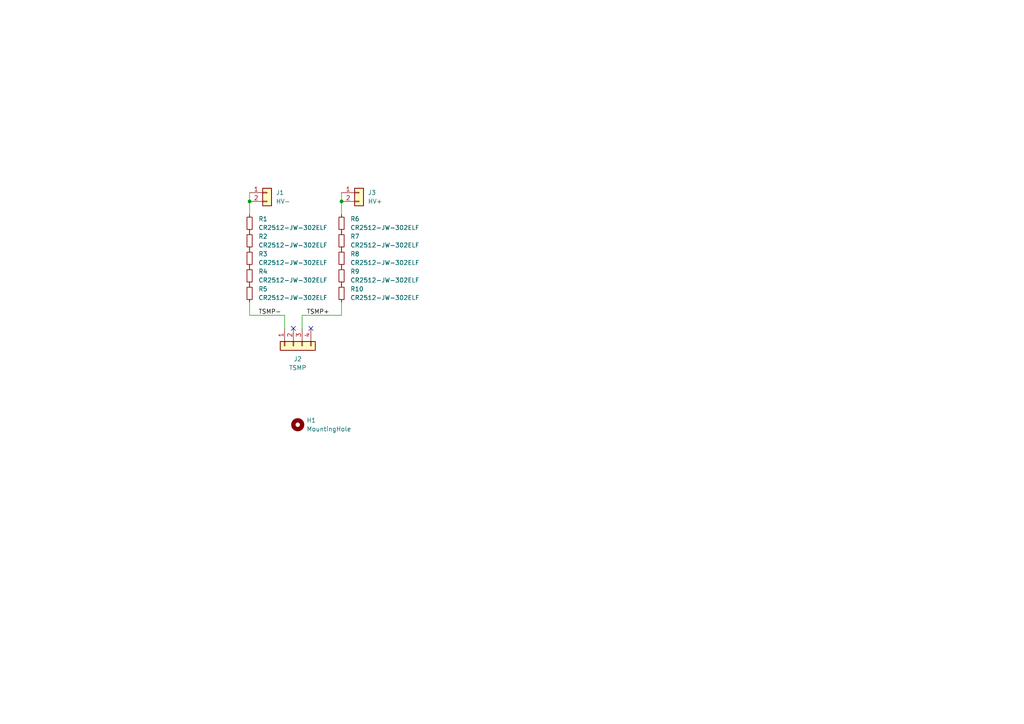
<source format=kicad_sch>
(kicad_sch (version 20231120) (generator "eeschema") (generator_version "8.0")
  (paper "A4")
  (title_block (title "HVB_TSMP_ResCon") (date "2025-03-07") (rev "1.0") (company "NTURacing") (comment 1 "Jack Kuo"))
  (lib_symbols
    (symbol "Connector_Generic:Conn_01x02" (pin_names (offset 1.016) hide)
      (property "Reference" "J" (at 0 2.54 0))
      (property "Value" "Conn_01x02" (at 0 -5.08 0))
      (symbol "Conn_01x02_1_1"
        (rectangle (start -1.27 -2.413) (end 0 -2.667) (stroke (width 0.1524)))
        (rectangle (start -1.27 0.127) (end 0 -0.127) (stroke (width 0.1524)))
        (rectangle (start -1.27 1.27) (end 1.27 -3.81) (stroke (width 0.254)) (fill (type background)))
        (pin passive line (at -5.08 0 0) (length 3.81) (name "Pin_1") (number "1"))
        (pin passive line (at -5.08 -2.54 0) (length 3.81) (name "Pin_2") (number "2"))
      )
    )
    (symbol "Connector_Generic:Conn_01x04" (pin_names (offset 1.016) hide)
      (property "Reference" "J" (at 0 5.08 0))
      (property "Value" "Conn_01x04" (at 0 -7.62 0))
      (symbol "Conn_01x04_1_1"
        (rectangle (start -1.27 -4.953) (end 0 -5.207) (stroke (width 0.1524)))
        (rectangle (start -1.27 -2.413) (end 0 -2.667) (stroke (width 0.1524)))
        (rectangle (start -1.27 0.127) (end 0 -0.127) (stroke (width 0.1524)))
        (rectangle (start -1.27 2.667) (end 0 2.413) (stroke (width 0.1524)))
        (rectangle (start -1.27 3.81) (end 1.27 -6.35) (stroke (width 0.254)) (fill (type background)))
        (pin passive line (at -5.08 2.54 0) (length 3.81) (name "Pin_1") (number "1"))
        (pin passive line (at -5.08 0 0) (length 3.81) (name "Pin_2") (number "2"))
        (pin passive line (at -5.08 -2.54 0) (length 3.81) (name "Pin_3") (number "3"))
        (pin passive line (at -5.08 -5.08 0) (length 3.81) (name "Pin_4") (number "4"))
      )
    )
    (symbol "Device:R_Small" (pin_numbers hide) (pin_names (offset 0.254) hide)
      (property "Reference" "R" (at 0.762 0.508 0))
      (property "Value" "R_Small" (at 0.762 -1.016 0))
      (symbol "R_Small_0_1"
        (rectangle (start -0.762 1.778) (end 0.762 -1.778) (stroke (width 0.2032)))
      )
      (symbol "R_Small_1_1"
        (pin passive line (at 0 2.54 270) (length 0.762) (name "~") (number "1"))
        (pin passive line (at 0 -2.54 90) (length 0.762) (name "~") (number "2"))
      )
    )
    (symbol "Mechanical:MountingHole" (pin_names (offset 1.016)) (exclude_from_sim yes) (in_bom no)
      (property "Reference" "H" (at 0 5.08 0))
      (property "Value" "MountingHole" (at 0 3.175 0))
      (symbol "MountingHole_0_1"
        (circle (center 0 0) (radius 1.27) (stroke (width 1.27)))
      )
    )
  )
  (junction (at 72.39 58.42))
  (junction (at 99.06 58.42))
  (no_connect (at 85.09 95.25))
  (no_connect (at 90.17 95.25))
  (wire (pts (xy 99.06 55.88) (xy 99.06 58.42)))
  (wire (pts (xy 82.55 91.44) (xy 82.55 95.25)))
  (wire (pts (xy 72.39 58.42) (xy 72.39 62.23)))
  (wire (pts (xy 99.06 58.42) (xy 99.06 62.23)))
  (wire (pts (xy 99.06 91.44) (xy 99.06 87.63)))
  (wire (pts (xy 87.63 95.25) (xy 87.63 91.44)))
  (wire (pts (xy 72.39 87.63) (xy 72.39 91.44)))
  (wire (pts (xy 82.55 91.44) (xy 72.39 91.44)))
  (wire (pts (xy 72.39 55.88) (xy 72.39 58.42)))
  (wire (pts (xy 87.63 91.44) (xy 99.06 91.44)))
  (label "TSMP+" (at 88.9 91.44 0))
  (label "TSMP-" (at 74.93 91.44 0))
  (symbol (lib_id "Device:R_Small") (at 99.06 64.77 0) (unit 1)
    (property "Reference" "R6" (at 101.6 63.5 0) (effects (justify left)))
    (property "Value" "CR2512-JW-302ELF" (at 101.6 66.04 0) (effects (justify left)))
    (property "Footprint" "Resistor_SMD:R_2512_6332Metric" (effects (hide yes)))
    (property "Description" "Resistor, small symbol" (effects (hide yes)))
  )
  (symbol (lib_id "Device:R_Small") (at 72.39 69.85 0) (unit 1)
    (property "Reference" "R2" (at 74.93 68.58 0) (effects (justify left)))
    (property "Value" "CR2512-JW-302ELF" (at 74.93 71.12 0) (effects (justify left)))
    (property "Footprint" "Resistor_SMD:R_2512_6332Metric" (effects (hide yes)))
    (property "Description" "Resistor, small symbol" (effects (hide yes)))
  )
  (symbol (lib_id "Device:R_Small") (at 72.39 64.77 0) (unit 1)
    (property "Reference" "R1" (at 74.93 63.5 0) (effects (justify left)))
    (property "Value" "CR2512-JW-302ELF" (at 74.93 66.04 0) (effects (justify left)))
    (property "Footprint" "Resistor_SMD:R_2512_6332Metric" (effects (hide yes)))
    (property "Description" "Resistor, small symbol" (effects (hide yes)))
  )
  (symbol (lib_id "Device:R_Small") (at 99.06 85.09 0) (unit 1)
    (property "Reference" "R10" (at 101.6 83.82 0) (effects (justify left)))
    (property "Value" "CR2512-JW-302ELF" (at 101.6 86.36 0) (effects (justify left)))
    (property "Footprint" "Resistor_SMD:R_2512_6332Metric" (effects (hide yes)))
    (property "Description" "Resistor, small symbol" (effects (hide yes)))
  )
  (symbol (lib_id "Mechanical:MountingHole") (at 86.36 123.19 0) (unit 1) (exclude_from_sim yes) (in_bom no)
    (property "Reference" "H1" (at 88.9 121.92 0) (effects (justify left)))
    (property "Value" "MountingHole" (at 88.9 124.46 0) (effects (justify left)))
    (property "Footprint" "MountingHole:MountingHole_3.2mm_M3" (effects (hide yes)))
    (property "Description" "Mounting Hole without connection" (effects (hide yes)))
  )
  (symbol (lib_id "Connector_Generic:Conn_01x04") (at 85.09 100.33 90) (mirror x) (unit 1)
    (property "Reference" "J2" (at 86.36 104.14 90))
    (property "Value" "TSMP" (at 86.36 106.68 90))
    (property "Footprint" "nturt_kicad_lib_EP6:NianYeong-M12-S-M4P" (effects (hide yes)))
    (property "Description" "Generic connector, single row, 01x04, script generated (kicad-library-utils/schlib/autogen/connector/)" (effects (hide yes)))
  )
  (symbol (lib_id "Device:R_Small") (at 99.06 80.01 0) (unit 1)
    (property "Reference" "R9" (at 101.6 78.74 0) (effects (justify left)))
    (property "Value" "CR2512-JW-302ELF" (at 101.6 81.28 0) (effects (justify left)))
    (property "Footprint" "Resistor_SMD:R_2512_6332Metric" (effects (hide yes)))
    (property "Description" "Resistor, small symbol" (effects (hide yes)))
  )
  (symbol (lib_id "Device:R_Small") (at 72.39 80.01 0) (unit 1)
    (property "Reference" "R4" (at 74.93 78.74 0) (effects (justify left)))
    (property "Value" "CR2512-JW-302ELF" (at 74.93 81.28 0) (effects (justify left)))
    (property "Footprint" "Resistor_SMD:R_2512_6332Metric" (effects (hide yes)))
    (property "Description" "Resistor, small symbol" (effects (hide yes)))
  )
  (symbol (lib_id "Device:R_Small") (at 99.06 74.93 0) (unit 1)
    (property "Reference" "R8" (at 101.6 73.66 0) (effects (justify left)))
    (property "Value" "CR2512-JW-302ELF" (at 101.6 76.2 0) (effects (justify left)))
    (property "Footprint" "Resistor_SMD:R_2512_6332Metric" (effects (hide yes)))
    (property "Description" "Resistor, small symbol" (effects (hide yes)))
  )
  (symbol (lib_id "Device:R_Small") (at 72.39 74.93 0) (unit 1)
    (property "Reference" "R3" (at 74.93 73.66 0) (effects (justify left)))
    (property "Value" "CR2512-JW-302ELF" (at 74.93 76.2 0) (effects (justify left)))
    (property "Footprint" "Resistor_SMD:R_2512_6332Metric" (effects (hide yes)))
    (property "Description" "Resistor, small symbol" (effects (hide yes)))
  )
  (symbol (lib_id "Connector_Generic:Conn_01x02") (at 77.47 55.88 0) (unit 1)
    (property "Reference" "J1" (at 80.01 55.88 0) (effects (justify left)))
    (property "Value" "HV-" (at 80.01 58.42 0) (effects (justify left)))
    (property "Footprint" "nturt_kicad_lib_EP6:HRS_DF33C-2P-3.3DSA" (effects (hide yes)))
    (property "Description" "Generic connector, single row, 01x02, script generated (kicad-library-utils/schlib/autogen/connector/)" (effects (hide yes)))
  )
  (symbol (lib_id "Device:R_Small") (at 72.39 85.09 0) (unit 1)
    (property "Reference" "R5" (at 74.93 83.82 0) (effects (justify left)))
    (property "Value" "CR2512-JW-302ELF" (at 74.93 86.36 0) (effects (justify left)))
    (property "Footprint" "Resistor_SMD:R_2512_6332Metric" (effects (hide yes)))
    (property "Description" "Resistor, small symbol" (effects (hide yes)))
  )
  (symbol (lib_id "Device:R_Small") (at 99.06 69.85 0) (unit 1)
    (property "Reference" "R7" (at 101.6 68.58 0) (effects (justify left)))
    (property "Value" "CR2512-JW-302ELF" (at 101.6 71.12 0) (effects (justify left)))
    (property "Footprint" "Resistor_SMD:R_2512_6332Metric" (effects (hide yes)))
    (property "Description" "Resistor, small symbol" (effects (hide yes)))
  )
  (symbol (lib_id "Connector_Generic:Conn_01x02") (at 104.14 55.88 0) (unit 1)
    (property "Reference" "J3" (at 106.68 55.88 0) (effects (justify left)))
    (property "Value" "HV+" (at 106.68 58.42 0) (effects (justify left)))
    (property "Footprint" "nturt_kicad_lib_EP6:HRS_DF33C-2P-3.3DSA" (effects (hide yes)))
    (property "Description" "Generic connector, single row, 01x02, script generated (kicad-library-utils/schlib/autogen/connector/)" (effects (hide yes)))
  )
)
</source>
